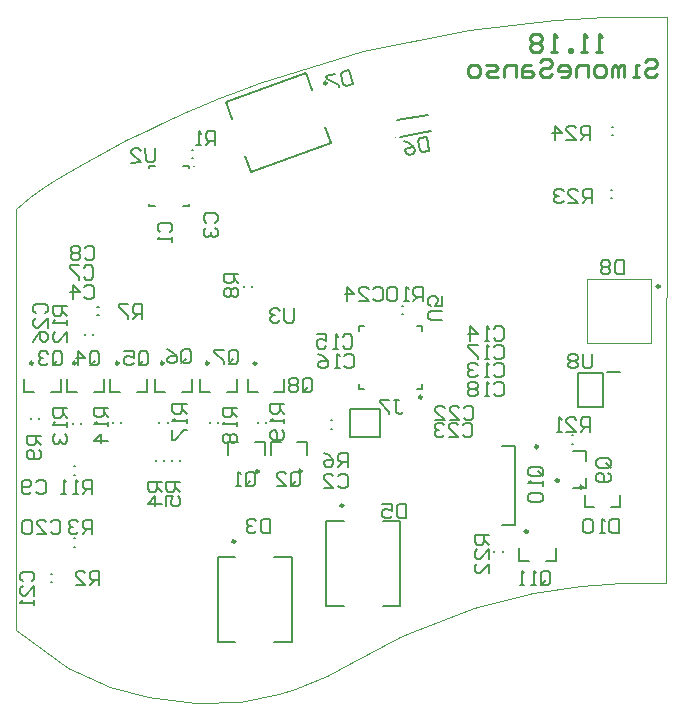
<source format=gbo>
G04 Layer_Color=32896*
%FSAX44Y44*%
%MOMM*%
G71*
G01*
G75*
%ADD29C,0.2000*%
%ADD35C,0.2540*%
%ADD36C,0.0100*%
%ADD59C,0.2500*%
%ADD60C,0.1000*%
%ADD61C,0.1270*%
%ADD63C,0.1500*%
D29*
X00537580Y00268293D02*
Y00340293D01*
X00600580Y00268293D02*
Y00340293D01*
X00537580D02*
X00552580D01*
X00537580Y00268293D02*
X00552580D01*
X00585580Y00340293D02*
X00600580D01*
X00585580Y00268293D02*
X00600580D01*
X00629280Y00298593D02*
Y00370593D01*
X00692280Y00298593D02*
Y00370593D01*
X00629280D02*
X00644280D01*
X00629280Y00298593D02*
X00644280D01*
X00677280Y00370593D02*
X00692280D01*
X00677280Y00298593D02*
X00692280D01*
X00689170Y00709642D02*
X00715759Y00714331D01*
X00691601Y00695855D02*
X00718191Y00700544D01*
X00544277Y00724981D02*
X00611935Y00749606D01*
X00565825Y00665780D02*
X00633483Y00690405D01*
X00611935Y00749606D02*
X00617066Y00735511D01*
X00544277Y00724981D02*
X00549408Y00710885D01*
X00628352Y00704501D02*
X00633483Y00690405D01*
X00560694Y00679875D02*
X00565825Y00665780D01*
X00848280Y00382293D02*
X00856280D01*
X00870280D02*
X00878280D01*
Y00392673D01*
X00848280Y00382293D02*
Y00392673D01*
X00577280Y00426193D02*
Y00437193D01*
X00568780D02*
X00577280D01*
X00546280Y00426193D02*
Y00437193D01*
X00554780D01*
X00613580Y00426193D02*
Y00437193D01*
X00605080D02*
X00613580D01*
X00582580Y00426193D02*
Y00437193D01*
X00591080D01*
X00373880Y00479693D02*
Y00490693D01*
Y00479693D02*
X00382380D01*
X00404880D02*
Y00490693D01*
X00396380Y00479693D02*
X00404880D01*
X00410180D02*
Y00490693D01*
Y00479693D02*
X00418680D01*
X00441180D02*
Y00490693D01*
X00432680Y00479693D02*
X00441180D01*
X00446480D02*
Y00490693D01*
Y00479693D02*
X00454980D01*
X00477480D02*
Y00490693D01*
X00468980Y00479693D02*
X00477480D01*
X00484580D02*
Y00490693D01*
Y00479693D02*
X00493080D01*
X00515580D02*
Y00490693D01*
X00507080Y00479693D02*
X00515580D01*
X00522680D02*
Y00490693D01*
Y00479693D02*
X00531180D01*
X00553680D02*
Y00490693D01*
X00545180Y00479693D02*
X00553680D01*
X00563080Y00479493D02*
Y00490493D01*
Y00479493D02*
X00571580D01*
X00594080D02*
Y00490493D01*
X00585580Y00479493D02*
X00594080D01*
X00838680Y00398843D02*
X00849680D01*
Y00407343D01*
X00838680Y00429843D02*
X00849680D01*
Y00421343D02*
Y00429843D01*
X00778480Y00366893D02*
X00788980D01*
Y00433893D01*
X00778480D02*
X00788980D01*
X00792780Y00337093D02*
Y00348093D01*
Y00337093D02*
X00801280D01*
X00823780D02*
Y00348093D01*
X00815280Y00337093D02*
X00823780D01*
X00515880Y00684993D02*
X00516880D01*
X00515880Y00677993D02*
X00516880D01*
X00396680Y00325793D02*
X00397680D01*
X00396680Y00318793D02*
X00397680D01*
X00416080Y00348893D02*
X00417080D01*
X00416080Y00355893D02*
X00417080D01*
X00485080Y00420993D02*
Y00421993D01*
X00492080Y00420993D02*
Y00421993D01*
X00498680Y00420993D02*
Y00421993D01*
X00505680Y00420993D02*
Y00421993D01*
X00633670Y00455793D02*
X00634670D01*
X00633670Y00448793D02*
X00634670D01*
X00435680Y00544993D02*
X00436680D01*
X00435680Y00551993D02*
X00436680D01*
X00559580Y00568293D02*
Y00569293D01*
X00566580Y00568293D02*
Y00569293D01*
X00386280Y00456993D02*
Y00457993D01*
X00379280Y00456993D02*
Y00457993D01*
X00693580Y00552593D02*
X00694580D01*
X00693580Y00545593D02*
X00694580D01*
X00416080Y00409693D02*
X00417080D01*
X00416080Y00416693D02*
X00417080D01*
X00432380Y00527993D02*
Y00528993D01*
X00425380Y00527993D02*
Y00528993D01*
X00422080Y00452893D02*
Y00453893D01*
X00415080Y00452893D02*
Y00453893D01*
X00455580Y00453693D02*
Y00454693D01*
X00448580Y00453693D02*
Y00454693D01*
X00495180Y00453693D02*
Y00454693D01*
X00488180Y00453693D02*
Y00454693D01*
X00537680Y00453693D02*
Y00454693D01*
X00530680Y00453693D02*
Y00454693D01*
X00578780Y00453493D02*
Y00454493D01*
X00571780Y00453493D02*
Y00454493D01*
X00837480Y00436093D02*
X00838480D01*
X00837480Y00443093D02*
X00838480D01*
X00778780Y00344093D02*
Y00345093D01*
X00771780Y00344093D02*
Y00345093D01*
X00870780Y00650993D02*
X00871780D01*
X00870780Y00643993D02*
X00871780D01*
X00871180Y00704193D02*
X00872180D01*
X00871180Y00697193D02*
X00872180D01*
X00479530Y00671093D02*
X00484780D01*
X00479530Y00637093D02*
X00484780D01*
X00508280D02*
X00513530D01*
Y00669593D02*
Y00671093D01*
X00508280D02*
X00513530D01*
Y00637093D02*
Y00638593D01*
X00479530Y00637093D02*
Y00638593D01*
Y00669593D02*
Y00671093D01*
X00656880Y00481893D02*
Y00486143D01*
Y00481893D02*
X00661130D01*
X00656880Y00531643D02*
Y00535893D01*
X00661130D01*
X00706630D02*
X00710880D01*
Y00531643D02*
Y00535893D01*
Y00481893D02*
Y00486143D01*
X00706630Y00481893D02*
X00710880D01*
X00866880Y00496893D02*
X00877880D01*
X00863380Y00466643D02*
Y00496143D01*
X00842380Y00466643D02*
X00863380D01*
X00842380D02*
Y00496143D01*
X00863380D01*
D35*
X00899423Y00758889D02*
X00901963Y00761428D01*
X00907041D01*
X00909580Y00758889D01*
Y00756350D01*
X00907041Y00753811D01*
X00901963D01*
X00899423Y00751271D01*
Y00748732D01*
X00901963Y00746193D01*
X00907041D01*
X00909580Y00748732D01*
X00894345Y00746193D02*
X00889267D01*
X00891806D01*
Y00756350D01*
X00894345D01*
X00881649Y00746193D02*
Y00756350D01*
X00879110D01*
X00876571Y00753811D01*
Y00746193D01*
Y00753811D01*
X00874032Y00756350D01*
X00871492Y00753811D01*
Y00746193D01*
X00863875D02*
X00858796D01*
X00856257Y00748732D01*
Y00753811D01*
X00858796Y00756350D01*
X00863875D01*
X00866414Y00753811D01*
Y00748732D01*
X00863875Y00746193D01*
X00851179D02*
Y00756350D01*
X00843561D01*
X00841022Y00753811D01*
Y00746193D01*
X00828326D02*
X00833405D01*
X00835944Y00748732D01*
Y00753811D01*
X00833405Y00756350D01*
X00828326D01*
X00825787Y00753811D01*
Y00751271D01*
X00835944D01*
X00810552Y00758889D02*
X00813091Y00761428D01*
X00818170D01*
X00820709Y00758889D01*
Y00756350D01*
X00818170Y00753811D01*
X00813091D01*
X00810552Y00751271D01*
Y00748732D01*
X00813091Y00746193D01*
X00818170D01*
X00820709Y00748732D01*
X00802934Y00756350D02*
X00797856D01*
X00795317Y00753811D01*
Y00746193D01*
X00802934D01*
X00805474Y00748732D01*
X00802934Y00751271D01*
X00795317D01*
X00790239Y00746193D02*
Y00756350D01*
X00782621D01*
X00780082Y00753811D01*
Y00746193D01*
X00775004D02*
X00767386D01*
X00764847Y00748732D01*
X00767386Y00751271D01*
X00772464D01*
X00775004Y00753811D01*
X00772464Y00756350D01*
X00764847D01*
X00757229Y00746193D02*
X00752151D01*
X00749612Y00748732D01*
Y00753811D01*
X00752151Y00756350D01*
X00757229D01*
X00759769Y00753811D01*
Y00748732D01*
X00757229Y00746193D01*
X00863080Y00767393D02*
X00858002D01*
X00860541D01*
Y00782628D01*
X00863080Y00780089D01*
X00850384Y00767393D02*
X00845306D01*
X00847845D01*
Y00782628D01*
X00850384Y00780089D01*
X00837688Y00767393D02*
Y00769932D01*
X00835149D01*
Y00767393D01*
X00837688D01*
X00824992D02*
X00819914D01*
X00822453D01*
Y00782628D01*
X00824992Y00780089D01*
X00812297D02*
X00809757Y00782628D01*
X00804679D01*
X00802140Y00780089D01*
Y00777550D01*
X00804679Y00775011D01*
X00802140Y00772471D01*
Y00769932D01*
X00804679Y00767393D01*
X00809757D01*
X00812297Y00769932D01*
Y00772471D01*
X00809757Y00775011D01*
X00812297Y00777550D01*
Y00780089D01*
X00809757Y00775011D02*
X00804679D01*
D36*
X00367080Y00277893D02*
X00410830Y00245893D01*
X00446080Y00229893D01*
X00478330Y00221893D01*
X00519080Y00216643D01*
X00556330Y00217643D01*
X00589080Y00224393D01*
X00603330Y00228643D01*
X00629830Y00239643D01*
X00650830Y00250143D01*
X00691580Y00272393D01*
X00702080Y00276893D01*
X00754330Y00296893D01*
X00804830Y00309393D01*
X00844830Y00315393D01*
X00879080Y00317643D01*
X00916830Y00317893D01*
X00917580Y00797643D01*
X00865080D02*
X00917580D01*
X00822830Y00795143D02*
X00865080Y00797643D01*
X00750580Y00786393D02*
X00822830Y00795143D01*
X00660830Y00768643D02*
X00750580Y00786393D01*
X00572580Y00741393D02*
X00660830Y00768643D01*
X00557080Y00735643D02*
X00572580Y00741393D01*
X00538830Y00728643D02*
X00557080Y00735643D01*
X00520830Y00721143D02*
X00538830Y00728643D01*
X00512330Y00717393D02*
X00520830Y00721143D01*
X00488580Y00706893D02*
X00512330Y00717393D01*
X00478580Y00701893D02*
X00488580Y00706893D01*
X00460080Y00692893D02*
X00478580Y00701893D01*
X00436830Y00680643D02*
X00460080Y00692893D01*
X00420330Y00671393D02*
X00436830Y00680643D01*
X00404330Y00662143D02*
X00420330Y00671393D01*
X00400080Y00659393D02*
X00404330Y00662143D01*
X00390330Y00653143D02*
X00400080Y00659393D01*
X00379080Y00644893D02*
X00390330Y00653143D01*
X00367080Y00634643D02*
X00379080Y00644893D01*
X00367080Y00277893D02*
Y00634643D01*
D59*
X00911930Y00569193D02*
G03*
X00911930Y00569193I-00001250J00000000D01*
G01*
X00552330Y00353293D02*
G03*
X00552330Y00353293I-00001250J00000000D01*
G01*
X00644030Y00383593D02*
G03*
X00644030Y00383593I-00001250J00000000D01*
G01*
X00630019Y00741367D02*
G03*
X00630019Y00741367I-00001250J00000000D01*
G01*
X00846530Y00399293D02*
G03*
X00846530Y00399293I-00001250J00000000D01*
G01*
X00572430Y00412693D02*
G03*
X00572430Y00412693I-00001250J00000000D01*
G01*
X00608730D02*
G03*
X00608730Y00412693I-00001250J00000000D01*
G01*
X00381230Y00504193D02*
G03*
X00381230Y00504193I-00001250J00000000D01*
G01*
X00417530D02*
G03*
X00417530Y00504193I-00001250J00000000D01*
G01*
X00453830D02*
G03*
X00453830Y00504193I-00001250J00000000D01*
G01*
X00491930D02*
G03*
X00491930Y00504193I-00001250J00000000D01*
G01*
X00530030D02*
G03*
X00530030Y00504193I-00001250J00000000D01*
G01*
X00570430Y00503993D02*
G03*
X00570430Y00503993I-00001250J00000000D01*
G01*
X00826430Y00404943D02*
G03*
X00826430Y00404943I-00001250J00000000D01*
G01*
X00808730Y00433543D02*
G03*
X00808730Y00433543I-00001250J00000000D01*
G01*
X00800130Y00361593D02*
G03*
X00800130Y00361593I-00001250J00000000D01*
G01*
X00710630Y00475393D02*
G03*
X00710630Y00475393I-00001250J00000000D01*
G01*
D60*
X00687915Y00695117D02*
G03*
X00687915Y00695117I-00000500J00000000D01*
G01*
X00518030Y00671093D02*
G03*
X00518030Y00671093I-00000500J00000000D01*
G01*
X00575280Y00536493D02*
G03*
X00575280Y00536493I-00000500J00000000D01*
G01*
X00904780Y00520993D02*
Y00575493D01*
X00850080Y00520993D02*
X00904780D01*
X00850080D02*
Y00575493D01*
X00904780D01*
D61*
X00674980Y00441693D02*
Y00465393D01*
X00649780Y00441693D02*
X00674980D01*
X00649780D02*
Y00465393D01*
X00674980D01*
D63*
X00489083Y00614896D02*
X00487084Y00616895D01*
Y00620894D01*
X00489083Y00622893D01*
X00497081D01*
X00499080Y00620894D01*
Y00616895D01*
X00497081Y00614896D01*
X00499080Y00610897D02*
Y00606898D01*
Y00608898D01*
X00487084D01*
X00489083Y00610897D01*
X00639583Y00408526D02*
X00641582Y00410525D01*
X00645581D01*
X00647580Y00408526D01*
Y00400528D01*
X00645581Y00398529D01*
X00641582D01*
X00639583Y00400528D01*
X00627587Y00398529D02*
X00635584D01*
X00627587Y00406526D01*
Y00408526D01*
X00629586Y00410525D01*
X00633585D01*
X00635584Y00408526D01*
X00527683Y00622996D02*
X00525684Y00624995D01*
Y00628994D01*
X00527683Y00630993D01*
X00535681D01*
X00537680Y00628994D01*
Y00624995D01*
X00535681Y00622996D01*
X00527683Y00618997D02*
X00525684Y00616997D01*
Y00612999D01*
X00527683Y00610999D01*
X00529683D01*
X00531682Y00612999D01*
Y00614998D01*
Y00612999D01*
X00533681Y00610999D01*
X00535681D01*
X00537680Y00612999D01*
Y00616997D01*
X00535681Y00618997D01*
X00424683Y00568390D02*
X00426682Y00570389D01*
X00430681D01*
X00432680Y00568390D01*
Y00560392D01*
X00430681Y00558393D01*
X00426682D01*
X00424683Y00560392D01*
X00414686Y00558393D02*
Y00570389D01*
X00420684Y00564391D01*
X00412687D01*
X00424383Y00584890D02*
X00426382Y00586889D01*
X00430381D01*
X00432380Y00584890D01*
Y00576892D01*
X00430381Y00574893D01*
X00426382D01*
X00424383Y00576892D01*
X00420384Y00586889D02*
X00412387D01*
Y00584890D01*
X00420384Y00576892D01*
Y00574893D01*
X00425083Y00601390D02*
X00427082Y00603389D01*
X00431081D01*
X00433080Y00601390D01*
Y00593392D01*
X00431081Y00591393D01*
X00427082D01*
X00425083Y00593392D01*
X00421084Y00601390D02*
X00419085Y00603389D01*
X00415086D01*
X00413087Y00601390D01*
Y00599390D01*
X00415086Y00597391D01*
X00413087Y00595392D01*
Y00593392D01*
X00415086Y00591393D01*
X00419085D01*
X00421084Y00593392D01*
Y00595392D01*
X00419085Y00597391D01*
X00421084Y00599390D01*
Y00601390D01*
X00419085Y00597391D02*
X00415086D01*
X00383883Y00403390D02*
X00385882Y00405389D01*
X00389881D01*
X00391880Y00403390D01*
Y00395392D01*
X00389881Y00393393D01*
X00385882D01*
X00383883Y00395392D01*
X00379884D02*
X00377884Y00393393D01*
X00373886D01*
X00371886Y00395392D01*
Y00403390D01*
X00373886Y00405389D01*
X00377884D01*
X00379884Y00403390D01*
Y00401390D01*
X00377884Y00399391D01*
X00371886D01*
X00771583Y00502390D02*
X00773582Y00504389D01*
X00777581D01*
X00779580Y00502390D01*
Y00494392D01*
X00777581Y00492393D01*
X00773582D01*
X00771583Y00494392D01*
X00767584Y00492393D02*
X00763585D01*
X00765584D01*
Y00504389D01*
X00767584Y00502390D01*
X00757587D02*
X00755588Y00504389D01*
X00751589D01*
X00749590Y00502390D01*
Y00500390D01*
X00751589Y00498391D01*
X00753588D01*
X00751589D01*
X00749590Y00496392D01*
Y00494392D01*
X00751589Y00492393D01*
X00755588D01*
X00757587Y00494392D01*
X00771583Y00533290D02*
X00773582Y00535289D01*
X00777581D01*
X00779580Y00533290D01*
Y00525292D01*
X00777581Y00523293D01*
X00773582D01*
X00771583Y00525292D01*
X00767584Y00523293D02*
X00763585D01*
X00765584D01*
Y00535289D01*
X00767584Y00533290D01*
X00751589Y00523293D02*
Y00535289D01*
X00757587Y00529291D01*
X00749590D01*
X00643523Y00526545D02*
X00645522Y00528544D01*
X00649521D01*
X00651520Y00526545D01*
Y00518548D01*
X00649521Y00516548D01*
X00645522D01*
X00643523Y00518548D01*
X00639524Y00516548D02*
X00635525D01*
X00637524D01*
Y00528544D01*
X00639524Y00526545D01*
X00621530Y00528544D02*
X00629527D01*
Y00522546D01*
X00625528Y00524546D01*
X00623529D01*
X00621530Y00522546D01*
Y00518548D01*
X00623529Y00516548D01*
X00627528D01*
X00629527Y00518548D01*
X00644783Y00509990D02*
X00646782Y00511989D01*
X00650781D01*
X00652780Y00509990D01*
Y00501992D01*
X00650781Y00499993D01*
X00646782D01*
X00644783Y00501992D01*
X00640784Y00499993D02*
X00636785D01*
X00638784D01*
Y00511989D01*
X00640784Y00509990D01*
X00622790Y00511989D02*
X00626788Y00509990D01*
X00630787Y00505991D01*
Y00501992D01*
X00628788Y00499993D01*
X00624789D01*
X00622790Y00501992D01*
Y00503992D01*
X00624789Y00505991D01*
X00630787D01*
X00771583Y00517790D02*
X00773582Y00519789D01*
X00777581D01*
X00779580Y00517790D01*
Y00509792D01*
X00777581Y00507793D01*
X00773582D01*
X00771583Y00509792D01*
X00767584Y00507793D02*
X00763585D01*
X00765584D01*
Y00519789D01*
X00767584Y00517790D01*
X00757587Y00519789D02*
X00749590D01*
Y00517790D01*
X00757587Y00509792D01*
Y00507793D01*
X00771583Y00486389D02*
X00773582Y00488389D01*
X00777581D01*
X00779580Y00486389D01*
Y00478392D01*
X00777581Y00476393D01*
X00773582D01*
X00771583Y00478392D01*
X00767584Y00476393D02*
X00763585D01*
X00765584D01*
Y00488389D01*
X00767584Y00486389D01*
X00757587D02*
X00755588Y00488389D01*
X00751589D01*
X00749590Y00486389D01*
Y00484390D01*
X00751589Y00482391D01*
X00749590Y00480391D01*
Y00478392D01*
X00751589Y00476393D01*
X00755588D01*
X00757587Y00478392D01*
Y00480391D01*
X00755588Y00482391D01*
X00757587Y00484390D01*
Y00486389D01*
X00755588Y00482391D02*
X00751589D01*
X00396283Y00369590D02*
X00398282Y00371589D01*
X00402281D01*
X00404280Y00369590D01*
Y00361592D01*
X00402281Y00359593D01*
X00398282D01*
X00396283Y00361592D01*
X00384286Y00359593D02*
X00392284D01*
X00384286Y00367590D01*
Y00369590D01*
X00386286Y00371589D01*
X00390285D01*
X00392284Y00369590D01*
X00380288D02*
X00378288Y00371589D01*
X00374290D01*
X00372290Y00369590D01*
Y00361592D01*
X00374290Y00359593D01*
X00378288D01*
X00380288Y00361592D01*
Y00369590D01*
X00372383Y00319396D02*
X00370384Y00321395D01*
Y00325394D01*
X00372383Y00327393D01*
X00380381D01*
X00382380Y00325394D01*
Y00321395D01*
X00380381Y00319396D01*
X00382380Y00307400D02*
Y00315397D01*
X00374383Y00307400D01*
X00372383D01*
X00370384Y00309399D01*
Y00313398D01*
X00372383Y00315397D01*
X00382380Y00303401D02*
Y00299402D01*
Y00301401D01*
X00370384D01*
X00372383Y00303401D01*
X00745883Y00466090D02*
X00747882Y00468089D01*
X00751881D01*
X00753880Y00466090D01*
Y00458092D01*
X00751881Y00456093D01*
X00747882D01*
X00745883Y00458092D01*
X00733886Y00456093D02*
X00741884D01*
X00733886Y00464090D01*
Y00466090D01*
X00735886Y00468089D01*
X00739884D01*
X00741884Y00466090D01*
X00721890Y00456093D02*
X00729888D01*
X00721890Y00464090D01*
Y00466090D01*
X00723890Y00468089D01*
X00727888D01*
X00729888Y00466090D01*
X00745183Y00451690D02*
X00747182Y00453689D01*
X00751181D01*
X00753180Y00451690D01*
Y00443692D01*
X00751181Y00441693D01*
X00747182D01*
X00745183Y00443692D01*
X00733186Y00441693D02*
X00741184D01*
X00733186Y00449690D01*
Y00451690D01*
X00735186Y00453689D01*
X00739184D01*
X00741184Y00451690D01*
X00729188D02*
X00727188Y00453689D01*
X00723190D01*
X00721190Y00451690D01*
Y00449690D01*
X00723190Y00447691D01*
X00725189D01*
X00723190D01*
X00721190Y00445692D01*
Y00443692D01*
X00723190Y00441693D01*
X00727188D01*
X00729188Y00443692D01*
X00669283Y00566604D02*
X00671282Y00568604D01*
X00675281D01*
X00677280Y00566604D01*
Y00558607D01*
X00675281Y00556608D01*
X00671282D01*
X00669283Y00558607D01*
X00657287Y00556608D02*
X00665284D01*
X00657287Y00564605D01*
Y00566604D01*
X00659286Y00568604D01*
X00663285D01*
X00665284Y00566604D01*
X00647290Y00556608D02*
Y00568604D01*
X00653288Y00562606D01*
X00645290D01*
X00383483Y00546295D02*
X00381484Y00548294D01*
Y00552293D01*
X00383483Y00554292D01*
X00391481D01*
X00393480Y00552293D01*
Y00548294D01*
X00391481Y00546295D01*
X00393480Y00534299D02*
Y00542296D01*
X00385483Y00534299D01*
X00383483D01*
X00381484Y00536298D01*
Y00540297D01*
X00383483Y00542296D01*
X00381484Y00522303D02*
X00383483Y00526301D01*
X00387482Y00530300D01*
X00391481D01*
X00393480Y00528301D01*
Y00524302D01*
X00391481Y00522303D01*
X00389481D01*
X00387482Y00524302D01*
Y00530300D01*
X00582280Y00372389D02*
Y00360393D01*
X00576282D01*
X00574283Y00362392D01*
Y00370390D01*
X00576282Y00372389D01*
X00582280D01*
X00570284Y00370390D02*
X00568284Y00372389D01*
X00564286D01*
X00562286Y00370390D01*
Y00368390D01*
X00564286Y00366391D01*
X00566285D01*
X00564286D01*
X00562286Y00364392D01*
Y00362392D01*
X00564286Y00360393D01*
X00568284D01*
X00570284Y00362392D01*
X00697080Y00384989D02*
Y00372993D01*
X00691082D01*
X00689083Y00374992D01*
Y00382990D01*
X00691082Y00384989D01*
X00697080D01*
X00677086D02*
X00685084D01*
Y00378991D01*
X00681085Y00380990D01*
X00679086D01*
X00677086Y00378991D01*
Y00374992D01*
X00679086Y00372993D01*
X00683084D01*
X00685084Y00374992D01*
X00714797Y00695607D02*
X00716880Y00683793D01*
X00710973Y00682751D01*
X00708657Y00684373D01*
X00707268Y00692249D01*
X00708890Y00694565D01*
X00714797Y00695607D01*
X00695107Y00692135D02*
X00699392Y00690860D01*
X00704025Y00687617D01*
X00704719Y00683679D01*
X00703097Y00681363D01*
X00699159Y00680668D01*
X00696843Y00682290D01*
X00696496Y00684259D01*
X00698118Y00686575D01*
X00704025Y00687617D01*
X00648772Y00752424D02*
X00652080Y00740893D01*
X00646314Y00739239D01*
X00643841Y00740610D01*
X00641636Y00748297D01*
X00643007Y00750770D01*
X00648772Y00752424D01*
X00637241Y00749116D02*
X00629554Y00746911D01*
X00630105Y00744989D01*
X00639998Y00739507D01*
X00640549Y00737585D01*
X00881880Y00591340D02*
Y00579344D01*
X00875882D01*
X00873883Y00581344D01*
Y00589341D01*
X00875882Y00591340D01*
X00881880D01*
X00869884Y00589341D02*
X00867885Y00591340D01*
X00863886D01*
X00861887Y00589341D01*
Y00587342D01*
X00863886Y00585342D01*
X00861887Y00583343D01*
Y00581344D01*
X00863886Y00579344D01*
X00867885D01*
X00869884Y00581344D01*
Y00583343D01*
X00867885Y00585342D01*
X00869884Y00587342D01*
Y00589341D01*
X00867885Y00585342D02*
X00863886D01*
X00877080Y00372389D02*
Y00360393D01*
X00871082D01*
X00869083Y00362392D01*
Y00370390D01*
X00871082Y00372389D01*
X00877080D01*
X00865084Y00360393D02*
X00861085D01*
X00863084D01*
Y00372389D01*
X00865084Y00370390D01*
X00855087D02*
X00853088Y00372389D01*
X00849089D01*
X00847090Y00370390D01*
Y00362392D01*
X00849089Y00360393D01*
X00853088D01*
X00855087Y00362392D01*
Y00370390D01*
X00686683Y00472889D02*
X00690681D01*
X00688682D01*
Y00462892D01*
X00690681Y00460893D01*
X00692681D01*
X00694680Y00462892D01*
X00682684Y00472889D02*
X00674687D01*
Y00470890D01*
X00682684Y00462892D01*
Y00460893D01*
X00561183Y00401992D02*
Y00409990D01*
X00563182Y00411989D01*
X00567181D01*
X00569180Y00409990D01*
Y00401992D01*
X00567181Y00399993D01*
X00563182D01*
X00565181Y00403992D02*
X00561183Y00399993D01*
X00563182D02*
X00561183Y00401992D01*
X00557184Y00399993D02*
X00553185D01*
X00555185D01*
Y00411989D01*
X00557184Y00409990D01*
X00599583Y00401992D02*
Y00409990D01*
X00601582Y00411989D01*
X00605581D01*
X00607580Y00409990D01*
Y00401992D01*
X00605581Y00399993D01*
X00601582D01*
X00603581Y00403992D02*
X00599583Y00399993D01*
X00601582D02*
X00599583Y00401992D01*
X00587587Y00399993D02*
X00595584D01*
X00587587Y00407990D01*
Y00409990D01*
X00589586Y00411989D01*
X00593585D01*
X00595584Y00409990D01*
X00397882Y00504292D02*
Y00512290D01*
X00399882Y00514289D01*
X00403881D01*
X00405880Y00512290D01*
Y00504292D01*
X00403881Y00502293D01*
X00399882D01*
X00401881Y00506292D02*
X00397882Y00502293D01*
X00399882D02*
X00397882Y00504292D01*
X00393884Y00512290D02*
X00391884Y00514289D01*
X00387886D01*
X00385886Y00512290D01*
Y00510290D01*
X00387886Y00508291D01*
X00389885D01*
X00387886D01*
X00385886Y00506292D01*
Y00504292D01*
X00387886Y00502293D01*
X00391884D01*
X00393884Y00504292D01*
X00429484D02*
Y00512290D01*
X00431483Y00514289D01*
X00435482D01*
X00437481Y00512290D01*
Y00504292D01*
X00435482Y00502293D01*
X00431483D01*
X00433482Y00506292D02*
X00429484Y00502293D01*
X00431483D02*
X00429484Y00504292D01*
X00419487Y00502293D02*
Y00514289D01*
X00425485Y00508291D01*
X00417487D01*
X00470534Y00504292D02*
Y00512290D01*
X00472533Y00514289D01*
X00476532D01*
X00478531Y00512290D01*
Y00504292D01*
X00476532Y00502293D01*
X00472533D01*
X00474532Y00506292D02*
X00470534Y00502293D01*
X00472533D02*
X00470534Y00504292D01*
X00458537Y00514289D02*
X00466535D01*
Y00508291D01*
X00462536Y00510290D01*
X00460537D01*
X00458537Y00508291D01*
Y00504292D01*
X00460537Y00502293D01*
X00464536D01*
X00466535Y00504292D01*
X00506890Y00505992D02*
Y00513990D01*
X00508889Y00515989D01*
X00512888D01*
X00514887Y00513990D01*
Y00505992D01*
X00512888Y00503993D01*
X00508889D01*
X00510888Y00507992D02*
X00506890Y00503993D01*
X00508889D02*
X00506890Y00505992D01*
X00494893Y00515989D02*
X00498892Y00513990D01*
X00502891Y00509991D01*
Y00505992D01*
X00500891Y00503993D01*
X00496893D01*
X00494893Y00505992D01*
Y00507992D01*
X00496893Y00509991D01*
X00502891D01*
X00546783Y00505692D02*
Y00513690D01*
X00548782Y00515689D01*
X00552781D01*
X00554780Y00513690D01*
Y00505692D01*
X00552781Y00503693D01*
X00548782D01*
X00550781Y00507692D02*
X00546783Y00503693D01*
X00548782D02*
X00546783Y00505692D01*
X00542784Y00515689D02*
X00534786D01*
Y00513690D01*
X00542784Y00505692D01*
Y00503693D01*
X00609683Y00481692D02*
Y00489690D01*
X00611682Y00491689D01*
X00615681D01*
X00617680Y00489690D01*
Y00481692D01*
X00615681Y00479693D01*
X00611682D01*
X00613681Y00483692D02*
X00609683Y00479693D01*
X00611682D02*
X00609683Y00481692D01*
X00605684Y00489690D02*
X00603685Y00491689D01*
X00599686D01*
X00597687Y00489690D01*
Y00487690D01*
X00599686Y00485691D01*
X00597687Y00483692D01*
Y00481692D01*
X00599686Y00479693D01*
X00603685D01*
X00605684Y00481692D01*
Y00483692D01*
X00603685Y00485691D01*
X00605684Y00487690D01*
Y00489690D01*
X00603685Y00485691D02*
X00599686D01*
X00868280Y00415596D02*
X00860283D01*
X00858284Y00417595D01*
Y00421594D01*
X00860283Y00423593D01*
X00868280D01*
X00870280Y00421594D01*
Y00417595D01*
X00866281Y00419594D02*
X00870280Y00415596D01*
Y00417595D02*
X00868280Y00415596D01*
Y00411597D02*
X00870280Y00409598D01*
Y00405599D01*
X00868280Y00403599D01*
X00860283D01*
X00858284Y00405599D01*
Y00409598D01*
X00860283Y00411597D01*
X00862282D01*
X00864282Y00409598D01*
Y00403599D01*
X00810581Y00408496D02*
X00802583D01*
X00800584Y00410495D01*
Y00414494D01*
X00802583Y00416493D01*
X00810581D01*
X00812580Y00414494D01*
Y00410495D01*
X00808581Y00412494D02*
X00812580Y00408496D01*
Y00410495D02*
X00810581Y00408496D01*
X00812580Y00404497D02*
Y00400498D01*
Y00402497D01*
X00800584D01*
X00802583Y00404497D01*
Y00394500D02*
X00800584Y00392501D01*
Y00388502D01*
X00802583Y00386503D01*
X00810581D01*
X00812580Y00388502D01*
Y00392501D01*
X00810581Y00394500D01*
X00802583D01*
X00811183Y00318392D02*
Y00326390D01*
X00813182Y00328389D01*
X00817181D01*
X00819180Y00326390D01*
Y00318392D01*
X00817181Y00316393D01*
X00813182D01*
X00815181Y00320392D02*
X00811183Y00316393D01*
X00813182D02*
X00811183Y00318392D01*
X00807184Y00316393D02*
X00803185D01*
X00805184D01*
Y00328389D01*
X00807184Y00326390D01*
X00797187Y00316393D02*
X00793188D01*
X00795188D01*
Y00328389D01*
X00797187Y00326390D01*
X00535380Y00688493D02*
X00535363Y00700489D01*
X00529365Y00700480D01*
X00527368Y00698478D01*
X00527374Y00694480D01*
X00529376Y00692483D01*
X00535374Y00692492D01*
X00531376Y00692486D02*
X00527383Y00688482D01*
X00523384Y00688476D02*
X00519385Y00688470D01*
X00521385Y00688473D01*
X00521367Y00700469D01*
X00523370Y00698473D01*
X00437481Y00316393D02*
Y00328389D01*
X00431483D01*
X00429484Y00326390D01*
Y00322391D01*
X00431483Y00320392D01*
X00437481D01*
X00433482D02*
X00429484Y00316393D01*
X00417487D02*
X00425485D01*
X00417487Y00324390D01*
Y00326390D01*
X00419487Y00328389D01*
X00423486D01*
X00425485Y00326390D01*
X00431280Y00359593D02*
Y00371589D01*
X00425282D01*
X00423283Y00369590D01*
Y00365591D01*
X00425282Y00363592D01*
X00431280D01*
X00427281D02*
X00423283Y00359593D01*
X00419284Y00369590D02*
X00417285Y00371589D01*
X00413286D01*
X00411287Y00369590D01*
Y00367590D01*
X00413286Y00365591D01*
X00415285D01*
X00413286D01*
X00411287Y00363592D01*
Y00361592D01*
X00413286Y00359593D01*
X00417285D01*
X00419284Y00361592D01*
X00490306Y00403293D02*
X00478310D01*
Y00397295D01*
X00480309Y00395295D01*
X00484308D01*
X00486307Y00397295D01*
Y00403293D01*
Y00399294D02*
X00490306Y00395295D01*
Y00385299D02*
X00478310D01*
X00484308Y00391297D01*
Y00383299D01*
X00505680Y00403293D02*
X00493684D01*
Y00397295D01*
X00495683Y00395295D01*
X00499682D01*
X00501681Y00397295D01*
Y00403293D01*
Y00399294D02*
X00505680Y00395295D01*
X00493684Y00383299D02*
Y00391297D01*
X00499682D01*
X00497683Y00387298D01*
Y00385299D01*
X00499682Y00383299D01*
X00503681D01*
X00505680Y00385299D01*
Y00389297D01*
X00503681Y00391297D01*
X00647580Y00416493D02*
Y00428489D01*
X00641582D01*
X00639583Y00426490D01*
Y00422491D01*
X00641582Y00420492D01*
X00647580D01*
X00643581D02*
X00639583Y00416493D01*
X00627587Y00428489D02*
X00631585Y00426490D01*
X00635584Y00422491D01*
Y00418492D01*
X00633585Y00416493D01*
X00629586D01*
X00627587Y00418492D01*
Y00420492D01*
X00629586Y00422491D01*
X00635584D01*
X00473780Y00541893D02*
Y00553889D01*
X00467782D01*
X00465783Y00551890D01*
Y00547891D01*
X00467782Y00545892D01*
X00473780D01*
X00469781D02*
X00465783Y00541893D01*
X00461784Y00553889D02*
X00453787D01*
Y00551890D01*
X00461784Y00543892D01*
Y00541893D01*
X00555180Y00580093D02*
X00543184D01*
Y00574095D01*
X00545183Y00572096D01*
X00549182D01*
X00551181Y00574095D01*
Y00580093D01*
Y00576094D02*
X00555180Y00572096D01*
X00545183Y00568097D02*
X00543184Y00566097D01*
Y00562099D01*
X00545183Y00560099D01*
X00547183D01*
X00549182Y00562099D01*
X00551181Y00560099D01*
X00553181D01*
X00555180Y00562099D01*
Y00566097D01*
X00553181Y00568097D01*
X00551181D01*
X00549182Y00566097D01*
X00547183Y00568097D01*
X00545183D01*
X00549182Y00566097D02*
Y00562099D01*
X00387880Y00442893D02*
X00375884D01*
Y00436895D01*
X00377883Y00434896D01*
X00381882D01*
X00383881Y00436895D01*
Y00442893D01*
Y00438894D02*
X00387880Y00434896D01*
X00385881Y00430897D02*
X00387880Y00428898D01*
Y00424899D01*
X00385881Y00422900D01*
X00377883D01*
X00375884Y00424899D01*
Y00428898D01*
X00377883Y00430897D01*
X00379883D01*
X00381882Y00428898D01*
Y00422900D01*
X00711280Y00556608D02*
Y00568604D01*
X00705282D01*
X00703283Y00566604D01*
Y00562606D01*
X00705282Y00560606D01*
X00711280D01*
X00707281D02*
X00703283Y00556608D01*
X00699284D02*
X00695285D01*
X00697284D01*
Y00568604D01*
X00699284Y00566604D01*
X00689287D02*
X00687288Y00568604D01*
X00683289D01*
X00681290Y00566604D01*
Y00558607D01*
X00683289Y00556608D01*
X00687288D01*
X00689287Y00558607D01*
Y00566604D01*
X00431280Y00393393D02*
Y00405389D01*
X00425282D01*
X00423283Y00403390D01*
Y00399391D01*
X00425282Y00397392D01*
X00431280D01*
X00427281D02*
X00423283Y00393393D01*
X00419284D02*
X00415285D01*
X00417285D01*
Y00405389D01*
X00419284Y00403390D01*
X00409287Y00393393D02*
X00405288D01*
X00407288D01*
Y00405389D01*
X00409287Y00403390D01*
X00409980Y00552354D02*
X00397984D01*
Y00546356D01*
X00399983Y00544357D01*
X00403982D01*
X00405981Y00546356D01*
Y00552354D01*
Y00548356D02*
X00409980Y00544357D01*
Y00540358D02*
Y00536360D01*
Y00538359D01*
X00397984D01*
X00399983Y00540358D01*
X00409980Y00522364D02*
Y00530362D01*
X00401983Y00522364D01*
X00399983D01*
X00397984Y00524363D01*
Y00528362D01*
X00399983Y00530362D01*
X00410180Y00465993D02*
X00398184D01*
Y00459995D01*
X00400183Y00457996D01*
X00404182D01*
X00406181Y00459995D01*
Y00465993D01*
Y00461994D02*
X00410180Y00457996D01*
Y00453997D02*
Y00449998D01*
Y00451997D01*
X00398184D01*
X00400183Y00453997D01*
Y00444000D02*
X00398184Y00442001D01*
Y00438002D01*
X00400183Y00436003D01*
X00402183D01*
X00404182Y00438002D01*
Y00440001D01*
Y00438002D01*
X00406181Y00436003D01*
X00408181D01*
X00410180Y00438002D01*
Y00442001D01*
X00408181Y00444000D01*
X00444980Y00466593D02*
X00432984D01*
Y00460595D01*
X00434983Y00458596D01*
X00438982D01*
X00440981Y00460595D01*
Y00466593D01*
Y00462594D02*
X00444980Y00458596D01*
Y00454597D02*
Y00450598D01*
Y00452598D01*
X00432984D01*
X00434983Y00454597D01*
X00444980Y00438602D02*
X00432984D01*
X00438982Y00444600D01*
Y00436603D01*
X00511280Y00469293D02*
X00499284D01*
Y00463295D01*
X00501283Y00461295D01*
X00505282D01*
X00507281Y00463295D01*
Y00469293D01*
Y00465294D02*
X00511280Y00461295D01*
Y00457296D02*
Y00453298D01*
Y00455297D01*
X00499284D01*
X00501283Y00457296D01*
X00499284Y00447300D02*
Y00439302D01*
X00501283D01*
X00509281Y00447300D01*
X00511280D01*
X00553680Y00466593D02*
X00541684D01*
Y00460595D01*
X00543683Y00458596D01*
X00547682D01*
X00549681Y00460595D01*
Y00466593D01*
Y00462594D02*
X00553680Y00458596D01*
Y00454597D02*
Y00450598D01*
Y00452598D01*
X00541684D01*
X00543683Y00454597D01*
Y00444600D02*
X00541684Y00442601D01*
Y00438602D01*
X00543683Y00436603D01*
X00545683D01*
X00547682Y00438602D01*
X00549681Y00436603D01*
X00551681D01*
X00553680Y00438602D01*
Y00442601D01*
X00551681Y00444600D01*
X00549681D01*
X00547682Y00442601D01*
X00545683Y00444600D01*
X00543683D01*
X00547682Y00442601D02*
Y00438602D01*
X00594080Y00469293D02*
X00582084D01*
Y00463295D01*
X00584083Y00461296D01*
X00588082D01*
X00590081Y00463295D01*
Y00469293D01*
Y00465294D02*
X00594080Y00461296D01*
Y00457297D02*
Y00453298D01*
Y00455298D01*
X00582084D01*
X00584083Y00457297D01*
X00592081Y00447300D02*
X00594080Y00445301D01*
Y00441302D01*
X00592081Y00439303D01*
X00584083D01*
X00582084Y00441302D01*
Y00445301D01*
X00584083Y00447300D01*
X00586083D01*
X00588082Y00445301D01*
Y00439303D01*
X00852880Y00446193D02*
Y00458189D01*
X00846882D01*
X00844883Y00456190D01*
Y00452191D01*
X00846882Y00450192D01*
X00852880D01*
X00848881D02*
X00844883Y00446193D01*
X00832887D02*
X00840884D01*
X00832887Y00454190D01*
Y00456190D01*
X00834886Y00458189D01*
X00838885D01*
X00840884Y00456190D01*
X00828888Y00446193D02*
X00824889D01*
X00826888D01*
Y00458189D01*
X00828888Y00456190D01*
X00767280Y00358429D02*
X00755284D01*
Y00352431D01*
X00757283Y00350431D01*
X00761282D01*
X00763281Y00352431D01*
Y00358429D01*
Y00354430D02*
X00767280Y00350431D01*
Y00338435D02*
Y00346433D01*
X00759283Y00338435D01*
X00757283D01*
X00755284Y00340434D01*
Y00344433D01*
X00757283Y00346433D01*
X00767280Y00326439D02*
Y00334436D01*
X00759283Y00326439D01*
X00757283D01*
X00755284Y00328438D01*
Y00332437D01*
X00757283Y00334436D01*
X00854480Y00639693D02*
Y00651689D01*
X00848482D01*
X00846483Y00649690D01*
Y00645691D01*
X00848482Y00643692D01*
X00854480D01*
X00850481D02*
X00846483Y00639693D01*
X00834486D02*
X00842484D01*
X00834486Y00647690D01*
Y00649690D01*
X00836486Y00651689D01*
X00840484D01*
X00842484Y00649690D01*
X00830488D02*
X00828488Y00651689D01*
X00824490D01*
X00822490Y00649690D01*
Y00647690D01*
X00824490Y00645691D01*
X00826489D01*
X00824490D01*
X00822490Y00643692D01*
Y00641692D01*
X00824490Y00639693D01*
X00828488D01*
X00830488Y00641692D01*
X00852880Y00693393D02*
Y00705389D01*
X00846882D01*
X00844883Y00703390D01*
Y00699391D01*
X00846882Y00697392D01*
X00852880D01*
X00848881D02*
X00844883Y00693393D01*
X00832887D02*
X00840884D01*
X00832887Y00701390D01*
Y00703390D01*
X00834886Y00705389D01*
X00838885D01*
X00840884Y00703390D01*
X00822890Y00693393D02*
Y00705389D01*
X00828888Y00699391D01*
X00820890D01*
X00484325Y00686486D02*
X00484538Y00676492D01*
X00482581Y00674451D01*
X00478583Y00674365D01*
X00476542Y00676322D01*
X00476329Y00686316D01*
X00464591Y00674068D02*
X00472587Y00674238D01*
X00464421Y00682063D01*
X00464378Y00684062D01*
X00466335Y00686104D01*
X00470333Y00686189D01*
X00472374Y00684232D01*
X00602080Y00550589D02*
Y00540592D01*
X00600081Y00538593D01*
X00596082D01*
X00594083Y00540592D01*
Y00550589D01*
X00590084Y00548590D02*
X00588084Y00550589D01*
X00584086D01*
X00582086Y00548590D01*
Y00546590D01*
X00584086Y00544591D01*
X00586085D01*
X00584086D01*
X00582086Y00542592D01*
Y00540592D01*
X00584086Y00538593D01*
X00588084D01*
X00590084Y00540592D01*
X00727756Y00540692D02*
X00717759D01*
X00715759Y00542692D01*
Y00546690D01*
X00717759Y00548690D01*
X00727756D01*
Y00560686D02*
Y00552689D01*
X00721758D01*
X00723757Y00556687D01*
Y00558687D01*
X00721758Y00560686D01*
X00717759D01*
X00715759Y00558687D01*
Y00554688D01*
X00717759Y00552689D01*
X00854480Y00511889D02*
Y00501892D01*
X00852481Y00499893D01*
X00848482D01*
X00846483Y00501892D01*
Y00511889D01*
X00842484Y00509890D02*
X00840484Y00511889D01*
X00836486D01*
X00834486Y00509890D01*
Y00507890D01*
X00836486Y00505891D01*
X00834486Y00503892D01*
Y00501892D01*
X00836486Y00499893D01*
X00840484D01*
X00842484Y00501892D01*
Y00503892D01*
X00840484Y00505891D01*
X00842484Y00507890D01*
Y00509890D01*
X00840484Y00505891D02*
X00836486D01*
M02*

</source>
